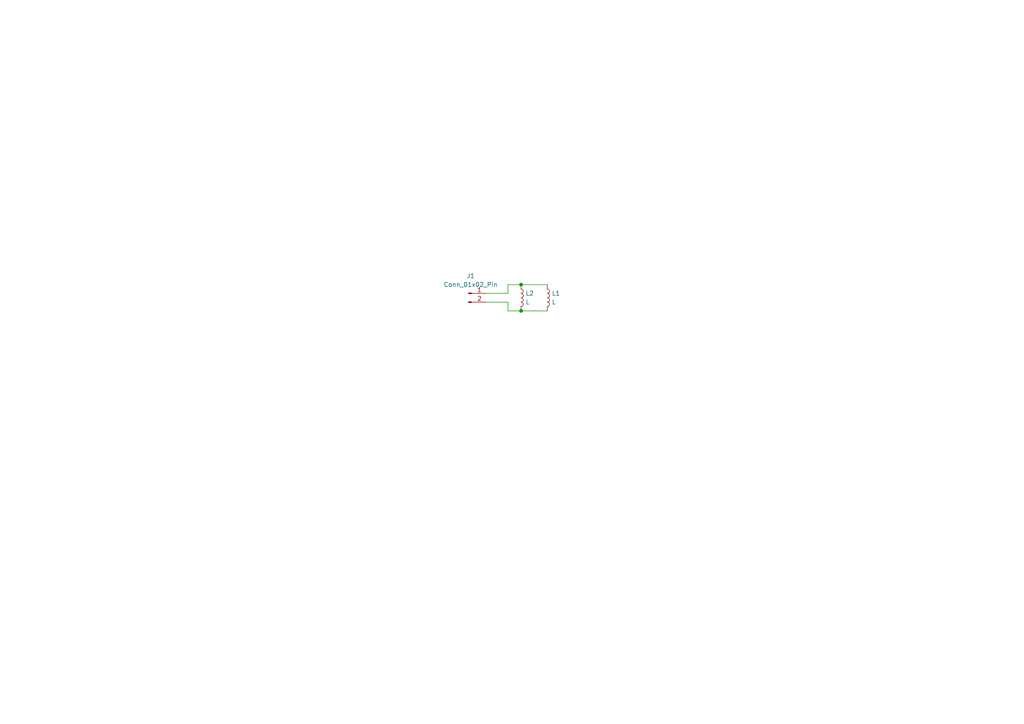
<source format=kicad_sch>
(kicad_sch (version 20230121) (generator eeschema)
  (paper "A4")
  (lib_symbols
    (symbol "Connector:Conn_01x02_Pin" (pin_names (offset 1.016) hide)
      (property "Reference" "J" (at 0 2.54 0))
      (property "Value" "Conn_01x02_Pin" (at 0 -5.08 0))
      (symbol "Conn_01x02_Pin_1_1"
        (polyline (pts (xy 1.27 -2.54) (xy 0.8636 -2.54)) (stroke (width 0.1524)))
        (polyline (pts (xy 1.27 0) (xy 0.8636 0)) (stroke (width 0.1524)))
        (rectangle (start 0.8636 -2.413) (end 0 -2.667) (stroke (width 0.1524)) (fill (type outline)))
        (rectangle (start 0.8636 0.127) (end 0 -0.127) (stroke (width 0.1524)) (fill (type outline)))
        (pin passive line (at 5.08 0 180) (length 3.81) (name "Pin_1") (number "1"))
        (pin passive line (at 5.08 -2.54 180) (length 3.81) (name "Pin_2") (number "2"))
      )
    )
    (symbol "Device:L" (pin_numbers hide) (pin_names (offset 1.016) hide)
      (property "Reference" "L" (at -1.27 0 90))
      (property "Value" "L" (at 1.905 0 90))
      (symbol "L_0_1"
        (arc (start 0 -2.54) (mid 0.6323 -1.905) (end 0 -1.27))
        (arc (start 0 -1.27) (mid 0.6323 -0.635) (end 0 0))
        (arc (start 0 0) (mid 0.6323 0.635) (end 0 1.27))
        (arc (start 0 1.27) (mid 0.6323 1.905) (end 0 2.54))
      )
      (symbol "L_1_1"
        (pin passive line (at 0 3.81 270) (length 1.27) (name "1") (number "1"))
        (pin passive line (at 0 -3.81 90) (length 1.27) (name "2") (number "2"))
      )
    )
  )
  (junction (at 151.13 90.17))
  (junction (at 151.13 82.55))
  (wire (pts (xy 147.32 85.09) (xy 147.32 82.55)))
  (wire (pts (xy 140.97 87.63) (xy 147.32 87.63)))
  (wire (pts (xy 151.13 90.17) (xy 158.75 90.17)))
  (wire (pts (xy 151.13 82.55) (xy 158.75 82.55)))
  (wire (pts (xy 147.32 90.17) (xy 151.13 90.17)))
  (wire (pts (xy 140.97 85.09) (xy 147.32 85.09)))
  (wire (pts (xy 147.32 87.63) (xy 147.32 90.17)))
  (wire (pts (xy 147.32 82.55) (xy 151.13 82.55)))
  (symbol (lib_id "Device:L") (at 151.13 86.36 0) (unit 1)
    (property "Reference" "L2" (at 152.4 85.09 0) (effects (justify left)))
    (property "Value" "L" (at 152.4 87.63 0) (effects (justify left)))
    (property "Footprint" "Inductor_SMD:L_0603_1608Metric" (effects hide))
  )
  (symbol (lib_id "Device:L") (at 158.75 86.36 0) (unit 1)
    (property "Reference" "L1" (at 160.02 85.09 0) (effects (justify left)))
    (property "Value" "L" (at 160.02 87.63 0) (effects (justify left)))
    (property "Footprint" "TouchProbeLibrary2:COIL_GENERATOR_1" (effects hide))
  )
  (symbol (lib_id "Connector:Conn_01x02_Pin") (at 135.89 85.09 0) (unit 1)
    (property "Reference" "J1" (at 136.525 80.01 0))
    (property "Value" "Conn_01x02_Pin" (at 136.525 82.55 0))
    (property "Footprint" "TestPoint:TestPoint_2Pads_Pitch2.54mm_Drill0.8mm" (effects hide))
  )
)
</source>
